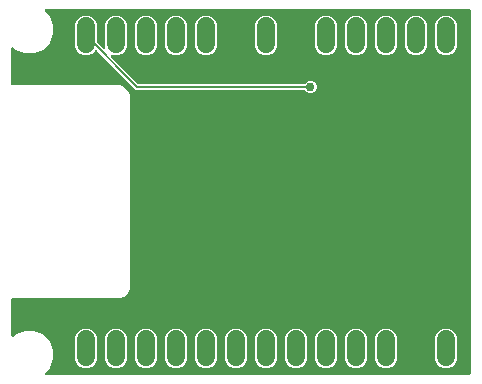
<source format=gbr>
G04 EAGLE Gerber RS-274X export*
G75*
%MOMM*%
%FSLAX34Y34*%
%LPD*%
%INBottom Copper*%
%IPPOS*%
%AMOC8*
5,1,8,0,0,1.08239X$1,22.5*%
G01*
%ADD10C,1.524000*%
%ADD11C,0.756400*%
%ADD12C,0.200000*%

G36*
X397904Y10170D02*
X397904Y10170D01*
X397968Y10169D01*
X398043Y10190D01*
X398119Y10201D01*
X398178Y10227D01*
X398240Y10244D01*
X398306Y10285D01*
X398376Y10317D01*
X398425Y10359D01*
X398480Y10392D01*
X398532Y10450D01*
X398590Y10500D01*
X398626Y10554D01*
X398669Y10602D01*
X398702Y10671D01*
X398745Y10736D01*
X398764Y10798D01*
X398792Y10855D01*
X398803Y10925D01*
X398827Y11006D01*
X398828Y11091D01*
X398839Y11160D01*
X398839Y318840D01*
X398830Y318904D01*
X398831Y318968D01*
X398810Y319043D01*
X398799Y319119D01*
X398773Y319178D01*
X398756Y319240D01*
X398715Y319306D01*
X398683Y319376D01*
X398641Y319425D01*
X398608Y319480D01*
X398550Y319532D01*
X398500Y319590D01*
X398446Y319626D01*
X398398Y319669D01*
X398329Y319702D01*
X398264Y319745D01*
X398202Y319764D01*
X398145Y319792D01*
X398075Y319803D01*
X397994Y319827D01*
X397909Y319828D01*
X397840Y319839D01*
X39170Y319839D01*
X39138Y319835D01*
X39106Y319837D01*
X38999Y319815D01*
X38890Y319799D01*
X38861Y319786D01*
X38830Y319780D01*
X38733Y319728D01*
X38634Y319683D01*
X38609Y319662D01*
X38581Y319647D01*
X38502Y319571D01*
X38419Y319500D01*
X38402Y319473D01*
X38379Y319450D01*
X38325Y319355D01*
X38265Y319264D01*
X38255Y319233D01*
X38239Y319205D01*
X38214Y319098D01*
X38182Y318994D01*
X38182Y318962D01*
X38175Y318931D01*
X38180Y318821D01*
X38179Y318712D01*
X38187Y318681D01*
X38189Y318649D01*
X38225Y318546D01*
X38254Y318440D01*
X38271Y318413D01*
X38281Y318382D01*
X38335Y318309D01*
X38402Y318200D01*
X38438Y318168D01*
X38463Y318133D01*
X42645Y313951D01*
X45715Y306541D01*
X45715Y298521D01*
X42645Y291111D01*
X36974Y285440D01*
X29564Y282370D01*
X21544Y282370D01*
X14134Y285440D01*
X11867Y287707D01*
X11841Y287726D01*
X11820Y287751D01*
X11728Y287811D01*
X11641Y287876D01*
X11611Y287887D01*
X11584Y287905D01*
X11479Y287937D01*
X11377Y287976D01*
X11345Y287978D01*
X11314Y287988D01*
X11205Y287989D01*
X11096Y287997D01*
X11064Y287991D01*
X11032Y287991D01*
X10927Y287962D01*
X10820Y287940D01*
X10791Y287925D01*
X10760Y287916D01*
X10667Y287859D01*
X10571Y287807D01*
X10548Y287785D01*
X10520Y287768D01*
X10447Y287687D01*
X10369Y287611D01*
X10353Y287583D01*
X10331Y287559D01*
X10284Y287460D01*
X10230Y287365D01*
X10222Y287334D01*
X10208Y287305D01*
X10194Y287216D01*
X10165Y287091D01*
X10167Y287042D01*
X10161Y287000D01*
X10161Y256160D01*
X10170Y256096D01*
X10169Y256032D01*
X10190Y255957D01*
X10201Y255881D01*
X10227Y255822D01*
X10244Y255760D01*
X10285Y255694D01*
X10317Y255624D01*
X10359Y255575D01*
X10392Y255520D01*
X10450Y255468D01*
X10500Y255410D01*
X10554Y255374D01*
X10602Y255331D01*
X10671Y255298D01*
X10736Y255255D01*
X10798Y255236D01*
X10855Y255208D01*
X10925Y255197D01*
X11006Y255173D01*
X11091Y255172D01*
X11160Y255161D01*
X102021Y255161D01*
X105756Y253614D01*
X108614Y250756D01*
X110161Y247021D01*
X110161Y82979D01*
X108614Y79244D01*
X105756Y76386D01*
X102021Y74839D01*
X11160Y74839D01*
X11096Y74830D01*
X11032Y74831D01*
X10957Y74810D01*
X10881Y74799D01*
X10822Y74773D01*
X10760Y74756D01*
X10694Y74715D01*
X10624Y74683D01*
X10575Y74641D01*
X10520Y74608D01*
X10468Y74550D01*
X10410Y74500D01*
X10374Y74446D01*
X10331Y74398D01*
X10298Y74329D01*
X10255Y74264D01*
X10236Y74202D01*
X10208Y74145D01*
X10197Y74075D01*
X10173Y73994D01*
X10172Y73909D01*
X10161Y73840D01*
X10161Y43062D01*
X10165Y43030D01*
X10163Y42998D01*
X10185Y42891D01*
X10201Y42782D01*
X10214Y42753D01*
X10220Y42722D01*
X10272Y42625D01*
X10317Y42526D01*
X10338Y42501D01*
X10353Y42473D01*
X10429Y42394D01*
X10500Y42311D01*
X10527Y42294D01*
X10550Y42271D01*
X10645Y42217D01*
X10736Y42157D01*
X10767Y42147D01*
X10795Y42131D01*
X10901Y42106D01*
X11006Y42074D01*
X11038Y42074D01*
X11069Y42067D01*
X11179Y42072D01*
X11288Y42071D01*
X11319Y42079D01*
X11351Y42081D01*
X11454Y42117D01*
X11560Y42146D01*
X11587Y42163D01*
X11618Y42173D01*
X11691Y42227D01*
X11800Y42294D01*
X11832Y42330D01*
X11867Y42355D01*
X14134Y44622D01*
X21544Y47692D01*
X29564Y47692D01*
X36974Y44622D01*
X42645Y38951D01*
X45715Y31541D01*
X45715Y23521D01*
X42645Y16111D01*
X38401Y11867D01*
X38382Y11841D01*
X38357Y11820D01*
X38297Y11728D01*
X38232Y11641D01*
X38220Y11611D01*
X38203Y11584D01*
X38171Y11479D01*
X38132Y11377D01*
X38130Y11345D01*
X38120Y11314D01*
X38119Y11205D01*
X38111Y11096D01*
X38117Y11064D01*
X38117Y11032D01*
X38146Y10927D01*
X38168Y10820D01*
X38183Y10791D01*
X38192Y10760D01*
X38249Y10667D01*
X38301Y10571D01*
X38323Y10548D01*
X38340Y10520D01*
X38421Y10447D01*
X38497Y10369D01*
X38525Y10353D01*
X38549Y10331D01*
X38648Y10284D01*
X38743Y10230D01*
X38774Y10222D01*
X38803Y10208D01*
X38892Y10194D01*
X39017Y10165D01*
X39066Y10167D01*
X39108Y10161D01*
X397840Y10161D01*
X397904Y10170D01*
G37*
%LPC*%
G36*
X262250Y248528D02*
X262250Y248528D01*
X260300Y249336D01*
X258748Y250888D01*
X258719Y250936D01*
X258712Y250943D01*
X258708Y250951D01*
X258610Y251039D01*
X258514Y251129D01*
X258505Y251133D01*
X258498Y251140D01*
X258379Y251197D01*
X258262Y251257D01*
X258253Y251259D01*
X258244Y251263D01*
X258168Y251275D01*
X257985Y251309D01*
X257961Y251307D01*
X257940Y251310D01*
X115748Y251310D01*
X82296Y284762D01*
X82245Y284800D01*
X82200Y284846D01*
X82133Y284885D01*
X82071Y284931D01*
X82011Y284954D01*
X81955Y284986D01*
X81879Y285003D01*
X81807Y285031D01*
X81743Y285036D01*
X81680Y285050D01*
X81603Y285047D01*
X81526Y285052D01*
X81463Y285039D01*
X81399Y285036D01*
X81325Y285011D01*
X81250Y284995D01*
X81193Y284965D01*
X81132Y284944D01*
X81075Y284902D01*
X81001Y284862D01*
X80940Y284803D01*
X80883Y284762D01*
X78279Y282157D01*
X74918Y280765D01*
X71280Y280765D01*
X67919Y282157D01*
X65346Y284730D01*
X63954Y288091D01*
X63954Y306969D01*
X65346Y310330D01*
X67919Y312903D01*
X71280Y314295D01*
X74918Y314295D01*
X78279Y312903D01*
X80851Y310330D01*
X82243Y306969D01*
X82243Y292370D01*
X82257Y292275D01*
X82262Y292179D01*
X82277Y292135D01*
X82283Y292090D01*
X82323Y292003D01*
X82354Y291912D01*
X82379Y291878D01*
X82399Y291834D01*
X82483Y291736D01*
X82536Y291663D01*
X88097Y286102D01*
X88166Y286050D01*
X88230Y285991D01*
X88278Y285966D01*
X88322Y285933D01*
X88404Y285902D01*
X88481Y285863D01*
X88535Y285853D01*
X88586Y285834D01*
X88673Y285827D01*
X88758Y285811D01*
X88813Y285816D01*
X88867Y285812D01*
X88952Y285829D01*
X89039Y285838D01*
X89090Y285858D01*
X89144Y285869D01*
X89220Y285910D01*
X89301Y285942D01*
X89344Y285976D01*
X89393Y286002D01*
X89455Y286062D01*
X89523Y286116D01*
X89555Y286160D01*
X89595Y286199D01*
X89637Y286274D01*
X89688Y286344D01*
X89707Y286396D01*
X89734Y286444D01*
X89754Y286528D01*
X89783Y286610D01*
X89786Y286665D01*
X89799Y286718D01*
X89794Y286805D01*
X89799Y286892D01*
X89787Y286941D01*
X89784Y287000D01*
X89747Y287108D01*
X89727Y287191D01*
X89354Y288091D01*
X89354Y306969D01*
X90746Y310330D01*
X93319Y312903D01*
X96680Y314295D01*
X100318Y314295D01*
X103679Y312903D01*
X106251Y310330D01*
X107643Y306969D01*
X107643Y288091D01*
X106251Y284730D01*
X103679Y282157D01*
X100318Y280765D01*
X96680Y280765D01*
X95780Y281138D01*
X95696Y281159D01*
X95615Y281190D01*
X95560Y281194D01*
X95507Y281208D01*
X95420Y281205D01*
X95334Y281212D01*
X95280Y281201D01*
X95225Y281199D01*
X95142Y281172D01*
X95057Y281154D01*
X95009Y281129D01*
X94957Y281112D01*
X94885Y281063D01*
X94808Y281022D01*
X94769Y280984D01*
X94724Y280953D01*
X94669Y280886D01*
X94606Y280825D01*
X94579Y280777D01*
X94544Y280735D01*
X94510Y280655D01*
X94467Y280580D01*
X94455Y280526D01*
X94433Y280476D01*
X94422Y280390D01*
X94402Y280305D01*
X94405Y280250D01*
X94399Y280196D01*
X94412Y280110D01*
X94417Y280024D01*
X94435Y279972D01*
X94444Y279918D01*
X94481Y279839D01*
X94509Y279757D01*
X94539Y279716D01*
X94565Y279663D01*
X94640Y279578D01*
X94691Y279508D01*
X117547Y256653D01*
X117623Y256595D01*
X117695Y256530D01*
X117736Y256511D01*
X117772Y256483D01*
X117862Y256449D01*
X117949Y256407D01*
X117991Y256401D01*
X118036Y256384D01*
X118164Y256374D01*
X118253Y256360D01*
X257940Y256360D01*
X257949Y256361D01*
X257959Y256360D01*
X258089Y256381D01*
X258219Y256400D01*
X258228Y256404D01*
X258237Y256405D01*
X258357Y256462D01*
X258476Y256516D01*
X258483Y256522D01*
X258492Y256526D01*
X258590Y256614D01*
X258690Y256699D01*
X258695Y256707D01*
X258703Y256714D01*
X258739Y256773D01*
X260300Y258334D01*
X262250Y259142D01*
X264361Y259142D01*
X266312Y258334D01*
X267804Y256841D01*
X268612Y254891D01*
X268612Y252780D01*
X267804Y250829D01*
X266312Y249336D01*
X264361Y248528D01*
X262250Y248528D01*
G37*
%LPD*%
%LPC*%
G36*
X350680Y280765D02*
X350680Y280765D01*
X347319Y282157D01*
X344746Y284730D01*
X343354Y288091D01*
X343354Y306969D01*
X344746Y310330D01*
X347319Y312903D01*
X350680Y314295D01*
X354318Y314295D01*
X357679Y312903D01*
X360251Y310330D01*
X361643Y306969D01*
X361643Y288091D01*
X360251Y284730D01*
X357679Y282157D01*
X354318Y280765D01*
X350680Y280765D01*
G37*
%LPD*%
%LPC*%
G36*
X274480Y280765D02*
X274480Y280765D01*
X271119Y282157D01*
X268546Y284730D01*
X267154Y288091D01*
X267154Y306969D01*
X268546Y310330D01*
X271119Y312903D01*
X274480Y314295D01*
X278118Y314295D01*
X281479Y312903D01*
X284051Y310330D01*
X285443Y306969D01*
X285443Y288091D01*
X284051Y284730D01*
X281479Y282157D01*
X278118Y280765D01*
X274480Y280765D01*
G37*
%LPD*%
%LPC*%
G36*
X299880Y280765D02*
X299880Y280765D01*
X296519Y282157D01*
X293946Y284730D01*
X292554Y288091D01*
X292554Y306969D01*
X293946Y310330D01*
X296519Y312903D01*
X299880Y314295D01*
X303518Y314295D01*
X306879Y312903D01*
X309451Y310330D01*
X310843Y306969D01*
X310843Y288091D01*
X309451Y284730D01*
X306879Y282157D01*
X303518Y280765D01*
X299880Y280765D01*
G37*
%LPD*%
%LPC*%
G36*
X325280Y280765D02*
X325280Y280765D01*
X321919Y282157D01*
X319346Y284730D01*
X317954Y288091D01*
X317954Y306969D01*
X319346Y310330D01*
X321919Y312903D01*
X325280Y314295D01*
X328918Y314295D01*
X332279Y312903D01*
X334851Y310330D01*
X336243Y306969D01*
X336243Y288091D01*
X334851Y284730D01*
X332279Y282157D01*
X328918Y280765D01*
X325280Y280765D01*
G37*
%LPD*%
%LPC*%
G36*
X376080Y280765D02*
X376080Y280765D01*
X372719Y282157D01*
X370146Y284730D01*
X368754Y288091D01*
X368754Y306969D01*
X370146Y310330D01*
X372719Y312903D01*
X376080Y314295D01*
X379718Y314295D01*
X383079Y312903D01*
X385651Y310330D01*
X387043Y306969D01*
X387043Y288091D01*
X385651Y284730D01*
X383079Y282157D01*
X379718Y280765D01*
X376080Y280765D01*
G37*
%LPD*%
%LPC*%
G36*
X223680Y280765D02*
X223680Y280765D01*
X220319Y282157D01*
X217746Y284730D01*
X216354Y288091D01*
X216354Y306969D01*
X217746Y310330D01*
X220319Y312903D01*
X223680Y314295D01*
X227318Y314295D01*
X230679Y312903D01*
X233251Y310330D01*
X234643Y306969D01*
X234643Y288091D01*
X233251Y284730D01*
X230679Y282157D01*
X227318Y280765D01*
X223680Y280765D01*
G37*
%LPD*%
%LPC*%
G36*
X172880Y280765D02*
X172880Y280765D01*
X169519Y282157D01*
X166946Y284730D01*
X165554Y288091D01*
X165554Y306969D01*
X166946Y310330D01*
X169519Y312903D01*
X172880Y314295D01*
X176518Y314295D01*
X179879Y312903D01*
X182451Y310330D01*
X183843Y306969D01*
X183843Y288091D01*
X182451Y284730D01*
X179879Y282157D01*
X176518Y280765D01*
X172880Y280765D01*
G37*
%LPD*%
%LPC*%
G36*
X147480Y280765D02*
X147480Y280765D01*
X144119Y282157D01*
X141546Y284730D01*
X140154Y288091D01*
X140154Y306969D01*
X141546Y310330D01*
X144119Y312903D01*
X147480Y314295D01*
X151118Y314295D01*
X154479Y312903D01*
X157051Y310330D01*
X158443Y306969D01*
X158443Y288091D01*
X157051Y284730D01*
X154479Y282157D01*
X151118Y280765D01*
X147480Y280765D01*
G37*
%LPD*%
%LPC*%
G36*
X122080Y280765D02*
X122080Y280765D01*
X118719Y282157D01*
X116146Y284730D01*
X114754Y288091D01*
X114754Y306969D01*
X116146Y310330D01*
X118719Y312903D01*
X122080Y314295D01*
X125718Y314295D01*
X129079Y312903D01*
X131651Y310330D01*
X133043Y306969D01*
X133043Y288091D01*
X131651Y284730D01*
X129079Y282157D01*
X125718Y280765D01*
X122080Y280765D01*
G37*
%LPD*%
%LPC*%
G36*
X96680Y15765D02*
X96680Y15765D01*
X93319Y17157D01*
X90746Y19730D01*
X89354Y23091D01*
X89354Y41969D01*
X90746Y45330D01*
X93319Y47902D01*
X96680Y49295D01*
X100318Y49295D01*
X103679Y47902D01*
X106251Y45330D01*
X107643Y41969D01*
X107643Y23091D01*
X106251Y19730D01*
X103679Y17157D01*
X100318Y15765D01*
X96680Y15765D01*
G37*
%LPD*%
%LPC*%
G36*
X71280Y15765D02*
X71280Y15765D01*
X67919Y17157D01*
X65346Y19730D01*
X63954Y23091D01*
X63954Y41969D01*
X65346Y45330D01*
X67919Y47902D01*
X71280Y49295D01*
X74918Y49295D01*
X78279Y47902D01*
X80851Y45330D01*
X82243Y41969D01*
X82243Y23091D01*
X80851Y19730D01*
X78279Y17157D01*
X74918Y15765D01*
X71280Y15765D01*
G37*
%LPD*%
%LPC*%
G36*
X376080Y15765D02*
X376080Y15765D01*
X372719Y17157D01*
X370146Y19730D01*
X368754Y23091D01*
X368754Y41969D01*
X370146Y45330D01*
X372719Y47902D01*
X376080Y49295D01*
X379718Y49295D01*
X383079Y47902D01*
X385651Y45330D01*
X387043Y41969D01*
X387043Y23091D01*
X385651Y19730D01*
X383079Y17157D01*
X379718Y15765D01*
X376080Y15765D01*
G37*
%LPD*%
%LPC*%
G36*
X325280Y15765D02*
X325280Y15765D01*
X321919Y17157D01*
X319346Y19730D01*
X317954Y23091D01*
X317954Y41969D01*
X319346Y45330D01*
X321919Y47902D01*
X325280Y49295D01*
X328918Y49295D01*
X332279Y47902D01*
X334851Y45330D01*
X336243Y41969D01*
X336243Y23091D01*
X334851Y19730D01*
X332279Y17157D01*
X328918Y15765D01*
X325280Y15765D01*
G37*
%LPD*%
%LPC*%
G36*
X299880Y15765D02*
X299880Y15765D01*
X296519Y17157D01*
X293946Y19730D01*
X292554Y23091D01*
X292554Y41969D01*
X293946Y45330D01*
X296519Y47902D01*
X299880Y49295D01*
X303518Y49295D01*
X306879Y47902D01*
X309451Y45330D01*
X310843Y41969D01*
X310843Y23091D01*
X309451Y19730D01*
X306879Y17157D01*
X303518Y15765D01*
X299880Y15765D01*
G37*
%LPD*%
%LPC*%
G36*
X274480Y15765D02*
X274480Y15765D01*
X271119Y17157D01*
X268546Y19730D01*
X267154Y23091D01*
X267154Y41969D01*
X268546Y45330D01*
X271119Y47902D01*
X274480Y49295D01*
X278118Y49295D01*
X281479Y47902D01*
X284051Y45330D01*
X285443Y41969D01*
X285443Y23091D01*
X284051Y19730D01*
X281479Y17157D01*
X278118Y15765D01*
X274480Y15765D01*
G37*
%LPD*%
%LPC*%
G36*
X249080Y15765D02*
X249080Y15765D01*
X245719Y17157D01*
X243146Y19730D01*
X241754Y23091D01*
X241754Y41969D01*
X243146Y45330D01*
X245719Y47902D01*
X249080Y49295D01*
X252718Y49295D01*
X256079Y47902D01*
X258651Y45330D01*
X260043Y41969D01*
X260043Y23091D01*
X258651Y19730D01*
X256079Y17157D01*
X252718Y15765D01*
X249080Y15765D01*
G37*
%LPD*%
%LPC*%
G36*
X223680Y15765D02*
X223680Y15765D01*
X220319Y17157D01*
X217746Y19730D01*
X216354Y23091D01*
X216354Y41969D01*
X217746Y45330D01*
X220319Y47902D01*
X223680Y49295D01*
X227318Y49295D01*
X230679Y47902D01*
X233251Y45330D01*
X234643Y41969D01*
X234643Y23091D01*
X233251Y19730D01*
X230679Y17157D01*
X227318Y15765D01*
X223680Y15765D01*
G37*
%LPD*%
%LPC*%
G36*
X198280Y15765D02*
X198280Y15765D01*
X194919Y17157D01*
X192346Y19730D01*
X190954Y23091D01*
X190954Y41969D01*
X192346Y45330D01*
X194919Y47902D01*
X198280Y49295D01*
X201918Y49295D01*
X205279Y47902D01*
X207851Y45330D01*
X209243Y41969D01*
X209243Y23091D01*
X207851Y19730D01*
X205279Y17157D01*
X201918Y15765D01*
X198280Y15765D01*
G37*
%LPD*%
%LPC*%
G36*
X172880Y15765D02*
X172880Y15765D01*
X169519Y17157D01*
X166946Y19730D01*
X165554Y23091D01*
X165554Y41969D01*
X166946Y45330D01*
X169519Y47902D01*
X172880Y49295D01*
X176518Y49295D01*
X179879Y47902D01*
X182451Y45330D01*
X183843Y41969D01*
X183843Y23091D01*
X182451Y19730D01*
X179879Y17157D01*
X176518Y15765D01*
X172880Y15765D01*
G37*
%LPD*%
%LPC*%
G36*
X147480Y15765D02*
X147480Y15765D01*
X144119Y17157D01*
X141546Y19730D01*
X140154Y23091D01*
X140154Y41969D01*
X141546Y45330D01*
X144119Y47902D01*
X147480Y49295D01*
X151118Y49295D01*
X154479Y47902D01*
X157051Y45330D01*
X158443Y41969D01*
X158443Y23091D01*
X157051Y19730D01*
X154479Y17157D01*
X151118Y15765D01*
X147480Y15765D01*
G37*
%LPD*%
%LPC*%
G36*
X122080Y15765D02*
X122080Y15765D01*
X118719Y17157D01*
X116146Y19730D01*
X114754Y23091D01*
X114754Y41969D01*
X116146Y45330D01*
X118719Y47902D01*
X122080Y49295D01*
X125718Y49295D01*
X129079Y47902D01*
X131651Y45330D01*
X133043Y41969D01*
X133043Y23091D01*
X131651Y19730D01*
X129079Y17157D01*
X125718Y15765D01*
X122080Y15765D01*
G37*
%LPD*%
D10*
X377899Y289910D02*
X377899Y305150D01*
X352499Y305150D02*
X352499Y289910D01*
X327099Y289910D02*
X327099Y305150D01*
X301699Y305150D02*
X301699Y289910D01*
X276299Y289910D02*
X276299Y305150D01*
X250899Y305150D02*
X250899Y289910D01*
X225499Y289910D02*
X225499Y305150D01*
X200099Y305150D02*
X200099Y289910D01*
X174699Y289910D02*
X174699Y305150D01*
X149299Y305150D02*
X149299Y289910D01*
X123899Y289910D02*
X123899Y305150D01*
X98499Y305150D02*
X98499Y289910D01*
X73099Y289910D02*
X73099Y305150D01*
X377899Y40150D02*
X377899Y24910D01*
X352499Y24910D02*
X352499Y40150D01*
X327099Y40150D02*
X327099Y24910D01*
X301699Y24910D02*
X301699Y40150D01*
X276299Y40150D02*
X276299Y24910D01*
X250899Y24910D02*
X250899Y40150D01*
X225499Y40150D02*
X225499Y24910D01*
X200099Y24910D02*
X200099Y40150D01*
X174699Y40150D02*
X174699Y24910D01*
X149299Y24910D02*
X149299Y40150D01*
X123899Y40150D02*
X123899Y24910D01*
X98499Y24910D02*
X98499Y40150D01*
X73099Y40150D02*
X73099Y24910D01*
D11*
X209937Y154994D03*
X177974Y154848D03*
X208316Y185198D03*
X177573Y185374D03*
X208724Y175081D03*
X177179Y174936D03*
X235128Y130406D03*
X235759Y118034D03*
X276398Y207665D03*
X276903Y196556D03*
X263306Y253835D03*
D12*
X116794Y253835D01*
X73099Y297530D01*
M02*

</source>
